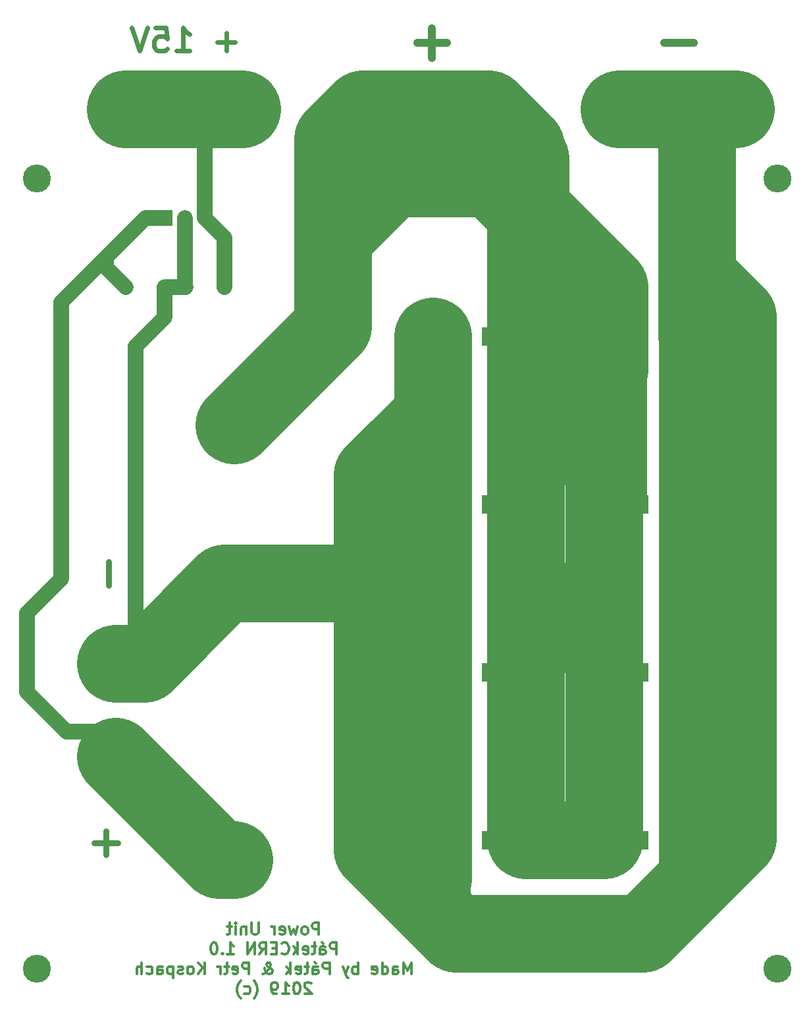
<source format=gbr>
G04 #@! TF.GenerationSoftware,KiCad,Pcbnew,(5.0.2)-1*
G04 #@! TF.CreationDate,2019-07-23T23:18:17+02:00*
G04 #@! TF.ProjectId,Cern2,4365726e-322e-46b6-9963-61645f706362,rev?*
G04 #@! TF.SameCoordinates,Original*
G04 #@! TF.FileFunction,Copper,L2,Bot*
G04 #@! TF.FilePolarity,Positive*
%FSLAX46Y46*%
G04 Gerber Fmt 4.6, Leading zero omitted, Abs format (unit mm)*
G04 Created by KiCad (PCBNEW (5.0.2)-1) date 23/07/2019 23:18:17*
%MOMM*%
%LPD*%
G01*
G04 APERTURE LIST*
G04 #@! TA.AperFunction,NonConductor*
%ADD10C,0.600000*%
G04 #@! TD*
G04 #@! TA.AperFunction,NonConductor*
%ADD11C,1.000000*%
G04 #@! TD*
G04 #@! TA.AperFunction,NonConductor*
%ADD12C,0.800000*%
G04 #@! TD*
G04 #@! TA.AperFunction,NonConductor*
%ADD13C,0.300000*%
G04 #@! TD*
G04 #@! TA.AperFunction,ComponentPad*
%ADD14C,2.400000*%
G04 #@! TD*
G04 #@! TA.AperFunction,ComponentPad*
%ADD15R,2.400000X2.400000*%
G04 #@! TD*
G04 #@! TA.AperFunction,ComponentPad*
%ADD16C,2.600000*%
G04 #@! TD*
G04 #@! TA.AperFunction,ComponentPad*
%ADD17R,2.600000X2.600000*%
G04 #@! TD*
G04 #@! TA.AperFunction,ComponentPad*
%ADD18O,1.905000X2.000000*%
G04 #@! TD*
G04 #@! TA.AperFunction,ComponentPad*
%ADD19R,1.905000X2.000000*%
G04 #@! TD*
G04 #@! TA.AperFunction,ComponentPad*
%ADD20O,2.400000X2.400000*%
G04 #@! TD*
G04 #@! TA.AperFunction,ComponentPad*
%ADD21C,1.600000*%
G04 #@! TD*
G04 #@! TA.AperFunction,ViaPad*
%ADD22C,3.600000*%
G04 #@! TD*
G04 #@! TA.AperFunction,Conductor*
%ADD23C,10.000000*%
G04 #@! TD*
G04 #@! TA.AperFunction,Conductor*
%ADD24C,2.000000*%
G04 #@! TD*
G04 #@! TA.AperFunction,Conductor*
%ADD25C,0.250000*%
G04 #@! TD*
G04 #@! TA.AperFunction,Conductor*
%ADD26C,2.300000*%
G04 #@! TD*
G04 APERTURE END LIST*
D10*
X120728571Y-33234285D02*
X118442857Y-33234285D01*
X119585714Y-34377142D02*
X119585714Y-32091428D01*
X113157142Y-34377142D02*
X114871428Y-34377142D01*
X114014285Y-34377142D02*
X114014285Y-31377142D01*
X114300000Y-31805714D01*
X114585714Y-32091428D01*
X114871428Y-32234285D01*
X110442857Y-31377142D02*
X111871428Y-31377142D01*
X112014285Y-32805714D01*
X111871428Y-32662857D01*
X111585714Y-32520000D01*
X110871428Y-32520000D01*
X110585714Y-32662857D01*
X110442857Y-32805714D01*
X110300000Y-33091428D01*
X110300000Y-33805714D01*
X110442857Y-34091428D01*
X110585714Y-34234285D01*
X110871428Y-34377142D01*
X111585714Y-34377142D01*
X111871428Y-34234285D01*
X112014285Y-34091428D01*
X109442857Y-31377142D02*
X108442857Y-34377142D01*
X107442857Y-31377142D01*
D11*
X179704761Y-33377142D02*
X175895238Y-33377142D01*
X147954761Y-33377142D02*
X144145238Y-33377142D01*
X146050000Y-35281904D02*
X146050000Y-31472380D01*
D12*
X104425714Y-100076190D02*
X104425714Y-103123809D01*
X105663809Y-136175714D02*
X102616190Y-136175714D01*
X104140000Y-137699523D02*
X104140000Y-134651904D01*
D13*
X131515714Y-147983571D02*
X131515714Y-146483571D01*
X130944285Y-146483571D01*
X130801428Y-146555000D01*
X130730000Y-146626428D01*
X130658571Y-146769285D01*
X130658571Y-146983571D01*
X130730000Y-147126428D01*
X130801428Y-147197857D01*
X130944285Y-147269285D01*
X131515714Y-147269285D01*
X129801428Y-147983571D02*
X129944285Y-147912142D01*
X130015714Y-147840714D01*
X130087142Y-147697857D01*
X130087142Y-147269285D01*
X130015714Y-147126428D01*
X129944285Y-147055000D01*
X129801428Y-146983571D01*
X129587142Y-146983571D01*
X129444285Y-147055000D01*
X129372857Y-147126428D01*
X129301428Y-147269285D01*
X129301428Y-147697857D01*
X129372857Y-147840714D01*
X129444285Y-147912142D01*
X129587142Y-147983571D01*
X129801428Y-147983571D01*
X128801428Y-146983571D02*
X128515714Y-147983571D01*
X128230000Y-147269285D01*
X127944285Y-147983571D01*
X127658571Y-146983571D01*
X126515714Y-147912142D02*
X126658571Y-147983571D01*
X126944285Y-147983571D01*
X127087142Y-147912142D01*
X127158571Y-147769285D01*
X127158571Y-147197857D01*
X127087142Y-147055000D01*
X126944285Y-146983571D01*
X126658571Y-146983571D01*
X126515714Y-147055000D01*
X126444285Y-147197857D01*
X126444285Y-147340714D01*
X127158571Y-147483571D01*
X125801428Y-147983571D02*
X125801428Y-146983571D01*
X125801428Y-147269285D02*
X125730000Y-147126428D01*
X125658571Y-147055000D01*
X125515714Y-146983571D01*
X125372857Y-146983571D01*
X123730000Y-146483571D02*
X123730000Y-147697857D01*
X123658571Y-147840714D01*
X123587142Y-147912142D01*
X123444285Y-147983571D01*
X123158571Y-147983571D01*
X123015714Y-147912142D01*
X122944285Y-147840714D01*
X122872857Y-147697857D01*
X122872857Y-146483571D01*
X122158571Y-146983571D02*
X122158571Y-147983571D01*
X122158571Y-147126428D02*
X122087142Y-147055000D01*
X121944285Y-146983571D01*
X121730000Y-146983571D01*
X121587142Y-147055000D01*
X121515714Y-147197857D01*
X121515714Y-147983571D01*
X120801428Y-147983571D02*
X120801428Y-146983571D01*
X120801428Y-146483571D02*
X120872857Y-146555000D01*
X120801428Y-146626428D01*
X120730000Y-146555000D01*
X120801428Y-146483571D01*
X120801428Y-146626428D01*
X120301428Y-146983571D02*
X119730000Y-146983571D01*
X120087142Y-146483571D02*
X120087142Y-147769285D01*
X120015714Y-147912142D01*
X119872857Y-147983571D01*
X119730000Y-147983571D01*
X133801428Y-150533571D02*
X133801428Y-149033571D01*
X133230000Y-149033571D01*
X133087142Y-149105000D01*
X133015714Y-149176428D01*
X132944285Y-149319285D01*
X132944285Y-149533571D01*
X133015714Y-149676428D01*
X133087142Y-149747857D01*
X133230000Y-149819285D01*
X133801428Y-149819285D01*
X131658571Y-150533571D02*
X131658571Y-149747857D01*
X131730000Y-149605000D01*
X131872857Y-149533571D01*
X132158571Y-149533571D01*
X132301428Y-149605000D01*
X131658571Y-150462142D02*
X131801428Y-150533571D01*
X132158571Y-150533571D01*
X132301428Y-150462142D01*
X132372857Y-150319285D01*
X132372857Y-150176428D01*
X132301428Y-150033571D01*
X132158571Y-149962142D01*
X131801428Y-149962142D01*
X131658571Y-149890714D01*
X131872857Y-148962142D02*
X132087142Y-149176428D01*
X131158571Y-149533571D02*
X130587142Y-149533571D01*
X130944285Y-149033571D02*
X130944285Y-150319285D01*
X130872857Y-150462142D01*
X130730000Y-150533571D01*
X130587142Y-150533571D01*
X129515714Y-150462142D02*
X129658571Y-150533571D01*
X129944285Y-150533571D01*
X130087142Y-150462142D01*
X130158571Y-150319285D01*
X130158571Y-149747857D01*
X130087142Y-149605000D01*
X129944285Y-149533571D01*
X129658571Y-149533571D01*
X129515714Y-149605000D01*
X129444285Y-149747857D01*
X129444285Y-149890714D01*
X130158571Y-150033571D01*
X128801428Y-150533571D02*
X128801428Y-149033571D01*
X128658571Y-149962142D02*
X128230000Y-150533571D01*
X128230000Y-149533571D02*
X128801428Y-150105000D01*
X126730000Y-150390714D02*
X126801428Y-150462142D01*
X127015714Y-150533571D01*
X127158571Y-150533571D01*
X127372857Y-150462142D01*
X127515714Y-150319285D01*
X127587142Y-150176428D01*
X127658571Y-149890714D01*
X127658571Y-149676428D01*
X127587142Y-149390714D01*
X127515714Y-149247857D01*
X127372857Y-149105000D01*
X127158571Y-149033571D01*
X127015714Y-149033571D01*
X126801428Y-149105000D01*
X126730000Y-149176428D01*
X126087142Y-149747857D02*
X125587142Y-149747857D01*
X125372857Y-150533571D02*
X126087142Y-150533571D01*
X126087142Y-149033571D01*
X125372857Y-149033571D01*
X123872857Y-150533571D02*
X124372857Y-149819285D01*
X124730000Y-150533571D02*
X124730000Y-149033571D01*
X124158571Y-149033571D01*
X124015714Y-149105000D01*
X123944285Y-149176428D01*
X123872857Y-149319285D01*
X123872857Y-149533571D01*
X123944285Y-149676428D01*
X124015714Y-149747857D01*
X124158571Y-149819285D01*
X124730000Y-149819285D01*
X123230000Y-150533571D02*
X123230000Y-149033571D01*
X122372857Y-150533571D01*
X122372857Y-149033571D01*
X119730000Y-150533571D02*
X120587142Y-150533571D01*
X120158571Y-150533571D02*
X120158571Y-149033571D01*
X120301428Y-149247857D01*
X120444285Y-149390714D01*
X120587142Y-149462142D01*
X119087142Y-150390714D02*
X119015714Y-150462142D01*
X119087142Y-150533571D01*
X119158571Y-150462142D01*
X119087142Y-150390714D01*
X119087142Y-150533571D01*
X118087142Y-149033571D02*
X117944285Y-149033571D01*
X117801428Y-149105000D01*
X117730000Y-149176428D01*
X117658571Y-149319285D01*
X117587142Y-149605000D01*
X117587142Y-149962142D01*
X117658571Y-150247857D01*
X117730000Y-150390714D01*
X117801428Y-150462142D01*
X117944285Y-150533571D01*
X118087142Y-150533571D01*
X118230000Y-150462142D01*
X118301428Y-150390714D01*
X118372857Y-150247857D01*
X118444285Y-149962142D01*
X118444285Y-149605000D01*
X118372857Y-149319285D01*
X118301428Y-149176428D01*
X118230000Y-149105000D01*
X118087142Y-149033571D01*
X143372857Y-153083571D02*
X143372857Y-151583571D01*
X142872857Y-152655000D01*
X142372857Y-151583571D01*
X142372857Y-153083571D01*
X141015714Y-153083571D02*
X141015714Y-152297857D01*
X141087142Y-152155000D01*
X141230000Y-152083571D01*
X141515714Y-152083571D01*
X141658571Y-152155000D01*
X141015714Y-153012142D02*
X141158571Y-153083571D01*
X141515714Y-153083571D01*
X141658571Y-153012142D01*
X141730000Y-152869285D01*
X141730000Y-152726428D01*
X141658571Y-152583571D01*
X141515714Y-152512142D01*
X141158571Y-152512142D01*
X141015714Y-152440714D01*
X139658571Y-153083571D02*
X139658571Y-151583571D01*
X139658571Y-153012142D02*
X139801428Y-153083571D01*
X140087142Y-153083571D01*
X140230000Y-153012142D01*
X140301428Y-152940714D01*
X140372857Y-152797857D01*
X140372857Y-152369285D01*
X140301428Y-152226428D01*
X140230000Y-152155000D01*
X140087142Y-152083571D01*
X139801428Y-152083571D01*
X139658571Y-152155000D01*
X138372857Y-153012142D02*
X138515714Y-153083571D01*
X138801428Y-153083571D01*
X138944285Y-153012142D01*
X139015714Y-152869285D01*
X139015714Y-152297857D01*
X138944285Y-152155000D01*
X138801428Y-152083571D01*
X138515714Y-152083571D01*
X138372857Y-152155000D01*
X138301428Y-152297857D01*
X138301428Y-152440714D01*
X139015714Y-152583571D01*
X136515714Y-153083571D02*
X136515714Y-151583571D01*
X136515714Y-152155000D02*
X136372857Y-152083571D01*
X136087142Y-152083571D01*
X135944285Y-152155000D01*
X135872857Y-152226428D01*
X135801428Y-152369285D01*
X135801428Y-152797857D01*
X135872857Y-152940714D01*
X135944285Y-153012142D01*
X136087142Y-153083571D01*
X136372857Y-153083571D01*
X136515714Y-153012142D01*
X135301428Y-152083571D02*
X134944285Y-153083571D01*
X134587142Y-152083571D02*
X134944285Y-153083571D01*
X135087142Y-153440714D01*
X135158571Y-153512142D01*
X135301428Y-153583571D01*
X132872857Y-153083571D02*
X132872857Y-151583571D01*
X132301428Y-151583571D01*
X132158571Y-151655000D01*
X132087142Y-151726428D01*
X132015714Y-151869285D01*
X132015714Y-152083571D01*
X132087142Y-152226428D01*
X132158571Y-152297857D01*
X132301428Y-152369285D01*
X132872857Y-152369285D01*
X130730000Y-153083571D02*
X130730000Y-152297857D01*
X130801428Y-152155000D01*
X130944285Y-152083571D01*
X131230000Y-152083571D01*
X131372857Y-152155000D01*
X130730000Y-153012142D02*
X130872857Y-153083571D01*
X131230000Y-153083571D01*
X131372857Y-153012142D01*
X131444285Y-152869285D01*
X131444285Y-152726428D01*
X131372857Y-152583571D01*
X131230000Y-152512142D01*
X130872857Y-152512142D01*
X130730000Y-152440714D01*
X130944285Y-151512142D02*
X131158571Y-151726428D01*
X130230000Y-152083571D02*
X129658571Y-152083571D01*
X130015714Y-151583571D02*
X130015714Y-152869285D01*
X129944285Y-153012142D01*
X129801428Y-153083571D01*
X129658571Y-153083571D01*
X128587142Y-153012142D02*
X128730000Y-153083571D01*
X129015714Y-153083571D01*
X129158571Y-153012142D01*
X129230000Y-152869285D01*
X129230000Y-152297857D01*
X129158571Y-152155000D01*
X129015714Y-152083571D01*
X128730000Y-152083571D01*
X128587142Y-152155000D01*
X128515714Y-152297857D01*
X128515714Y-152440714D01*
X129230000Y-152583571D01*
X127872857Y-153083571D02*
X127872857Y-151583571D01*
X127730000Y-152512142D02*
X127301428Y-153083571D01*
X127301428Y-152083571D02*
X127872857Y-152655000D01*
X124301428Y-153083571D02*
X124372857Y-153083571D01*
X124515714Y-153012142D01*
X124730000Y-152797857D01*
X125087142Y-152369285D01*
X125230000Y-152155000D01*
X125301428Y-151940714D01*
X125301428Y-151797857D01*
X125230000Y-151655000D01*
X125087142Y-151583571D01*
X125015714Y-151583571D01*
X124872857Y-151655000D01*
X124801428Y-151797857D01*
X124801428Y-151869285D01*
X124872857Y-152012142D01*
X124944285Y-152083571D01*
X125372857Y-152369285D01*
X125444285Y-152440714D01*
X125515714Y-152583571D01*
X125515714Y-152797857D01*
X125444285Y-152940714D01*
X125372857Y-153012142D01*
X125230000Y-153083571D01*
X125015714Y-153083571D01*
X124872857Y-153012142D01*
X124801428Y-152940714D01*
X124587142Y-152655000D01*
X124515714Y-152440714D01*
X124515714Y-152297857D01*
X122515714Y-153083571D02*
X122515714Y-151583571D01*
X121944285Y-151583571D01*
X121801428Y-151655000D01*
X121730000Y-151726428D01*
X121658571Y-151869285D01*
X121658571Y-152083571D01*
X121730000Y-152226428D01*
X121801428Y-152297857D01*
X121944285Y-152369285D01*
X122515714Y-152369285D01*
X120444285Y-153012142D02*
X120587142Y-153083571D01*
X120872857Y-153083571D01*
X121015714Y-153012142D01*
X121087142Y-152869285D01*
X121087142Y-152297857D01*
X121015714Y-152155000D01*
X120872857Y-152083571D01*
X120587142Y-152083571D01*
X120444285Y-152155000D01*
X120372857Y-152297857D01*
X120372857Y-152440714D01*
X121087142Y-152583571D01*
X119944285Y-152083571D02*
X119372857Y-152083571D01*
X119730000Y-151583571D02*
X119730000Y-152869285D01*
X119658571Y-153012142D01*
X119515714Y-153083571D01*
X119372857Y-153083571D01*
X118872857Y-153083571D02*
X118872857Y-152083571D01*
X118872857Y-152369285D02*
X118801428Y-152226428D01*
X118730000Y-152155000D01*
X118587142Y-152083571D01*
X118444285Y-152083571D01*
X116801428Y-153083571D02*
X116801428Y-151583571D01*
X115944285Y-153083571D02*
X116587142Y-152226428D01*
X115944285Y-151583571D02*
X116801428Y-152440714D01*
X115087142Y-153083571D02*
X115230000Y-153012142D01*
X115301428Y-152940714D01*
X115372857Y-152797857D01*
X115372857Y-152369285D01*
X115301428Y-152226428D01*
X115230000Y-152155000D01*
X115087142Y-152083571D01*
X114872857Y-152083571D01*
X114730000Y-152155000D01*
X114658571Y-152226428D01*
X114587142Y-152369285D01*
X114587142Y-152797857D01*
X114658571Y-152940714D01*
X114730000Y-153012142D01*
X114872857Y-153083571D01*
X115087142Y-153083571D01*
X114015714Y-153012142D02*
X113872857Y-153083571D01*
X113587142Y-153083571D01*
X113444285Y-153012142D01*
X113372857Y-152869285D01*
X113372857Y-152797857D01*
X113444285Y-152655000D01*
X113587142Y-152583571D01*
X113801428Y-152583571D01*
X113944285Y-152512142D01*
X114015714Y-152369285D01*
X114015714Y-152297857D01*
X113944285Y-152155000D01*
X113801428Y-152083571D01*
X113587142Y-152083571D01*
X113444285Y-152155000D01*
X112730000Y-152083571D02*
X112730000Y-153583571D01*
X112730000Y-152155000D02*
X112587142Y-152083571D01*
X112301428Y-152083571D01*
X112158571Y-152155000D01*
X112087142Y-152226428D01*
X112015714Y-152369285D01*
X112015714Y-152797857D01*
X112087142Y-152940714D01*
X112158571Y-153012142D01*
X112301428Y-153083571D01*
X112587142Y-153083571D01*
X112730000Y-153012142D01*
X110730000Y-153083571D02*
X110730000Y-152297857D01*
X110801428Y-152155000D01*
X110944285Y-152083571D01*
X111230000Y-152083571D01*
X111372857Y-152155000D01*
X110730000Y-153012142D02*
X110872857Y-153083571D01*
X111230000Y-153083571D01*
X111372857Y-153012142D01*
X111444285Y-152869285D01*
X111444285Y-152726428D01*
X111372857Y-152583571D01*
X111230000Y-152512142D01*
X110872857Y-152512142D01*
X110730000Y-152440714D01*
X109372857Y-153012142D02*
X109515714Y-153083571D01*
X109801428Y-153083571D01*
X109944285Y-153012142D01*
X110015714Y-152940714D01*
X110087142Y-152797857D01*
X110087142Y-152369285D01*
X110015714Y-152226428D01*
X109944285Y-152155000D01*
X109801428Y-152083571D01*
X109515714Y-152083571D01*
X109372857Y-152155000D01*
X108730000Y-153083571D02*
X108730000Y-151583571D01*
X108087142Y-153083571D02*
X108087142Y-152297857D01*
X108158571Y-152155000D01*
X108301428Y-152083571D01*
X108515714Y-152083571D01*
X108658571Y-152155000D01*
X108730000Y-152226428D01*
X130515714Y-154276428D02*
X130444285Y-154205000D01*
X130301428Y-154133571D01*
X129944285Y-154133571D01*
X129801428Y-154205000D01*
X129730000Y-154276428D01*
X129658571Y-154419285D01*
X129658571Y-154562142D01*
X129730000Y-154776428D01*
X130587142Y-155633571D01*
X129658571Y-155633571D01*
X128730000Y-154133571D02*
X128587142Y-154133571D01*
X128444285Y-154205000D01*
X128372857Y-154276428D01*
X128301428Y-154419285D01*
X128230000Y-154705000D01*
X128230000Y-155062142D01*
X128301428Y-155347857D01*
X128372857Y-155490714D01*
X128444285Y-155562142D01*
X128587142Y-155633571D01*
X128730000Y-155633571D01*
X128872857Y-155562142D01*
X128944285Y-155490714D01*
X129015714Y-155347857D01*
X129087142Y-155062142D01*
X129087142Y-154705000D01*
X129015714Y-154419285D01*
X128944285Y-154276428D01*
X128872857Y-154205000D01*
X128730000Y-154133571D01*
X126801428Y-155633571D02*
X127658571Y-155633571D01*
X127230000Y-155633571D02*
X127230000Y-154133571D01*
X127372857Y-154347857D01*
X127515714Y-154490714D01*
X127658571Y-154562142D01*
X126087142Y-155633571D02*
X125801428Y-155633571D01*
X125658571Y-155562142D01*
X125587142Y-155490714D01*
X125444285Y-155276428D01*
X125372857Y-154990714D01*
X125372857Y-154419285D01*
X125444285Y-154276428D01*
X125515714Y-154205000D01*
X125658571Y-154133571D01*
X125944285Y-154133571D01*
X126087142Y-154205000D01*
X126158571Y-154276428D01*
X126230000Y-154419285D01*
X126230000Y-154776428D01*
X126158571Y-154919285D01*
X126087142Y-154990714D01*
X125944285Y-155062142D01*
X125658571Y-155062142D01*
X125515714Y-154990714D01*
X125444285Y-154919285D01*
X125372857Y-154776428D01*
X123158571Y-156205000D02*
X123230000Y-156133571D01*
X123372857Y-155919285D01*
X123444285Y-155776428D01*
X123515714Y-155562142D01*
X123587142Y-155205000D01*
X123587142Y-154919285D01*
X123515714Y-154562142D01*
X123444285Y-154347857D01*
X123372857Y-154205000D01*
X123230000Y-153990714D01*
X123158571Y-153919285D01*
X121944285Y-155562142D02*
X122087142Y-155633571D01*
X122372857Y-155633571D01*
X122515714Y-155562142D01*
X122587142Y-155490714D01*
X122658571Y-155347857D01*
X122658571Y-154919285D01*
X122587142Y-154776428D01*
X122515714Y-154705000D01*
X122372857Y-154633571D01*
X122087142Y-154633571D01*
X121944285Y-154705000D01*
X121444285Y-156205000D02*
X121372857Y-156133571D01*
X121230000Y-155919285D01*
X121158571Y-155776428D01*
X121087142Y-155562142D01*
X121015714Y-155205000D01*
X121015714Y-154919285D01*
X121087142Y-154562142D01*
X121158571Y-154347857D01*
X121230000Y-154205000D01*
X121372857Y-153990714D01*
X121444285Y-153919285D01*
D14*
G04 #@! TO.P,C11,2*
G04 #@! TO.N,Net-(C10-Pad2)*
X146170000Y-114300000D03*
D15*
G04 #@! TO.P,C11,1*
G04 #@! TO.N,Net-(C10-Pad1)*
X153670000Y-114300000D03*
G04 #@! TD*
D16*
G04 #@! TO.P,J6,4*
G04 #@! TO.N,Net-(C4-Pad1)*
X121680000Y-41910000D03*
G04 #@! TO.P,J6,3*
X116680000Y-41910000D03*
G04 #@! TO.P,J6,2*
X111680000Y-41910000D03*
D17*
G04 #@! TO.P,J6,1*
X106680000Y-41910000D03*
G04 #@! TD*
D16*
G04 #@! TO.P,J5,4*
G04 #@! TO.N,Net-(C10-Pad2)*
X185180000Y-41910000D03*
G04 #@! TO.P,J5,3*
X180180000Y-41910000D03*
G04 #@! TO.P,J5,2*
X175180000Y-41910000D03*
D17*
G04 #@! TO.P,J5,1*
X170180000Y-41910000D03*
G04 #@! TD*
D16*
G04 #@! TO.P,J3,4*
G04 #@! TO.N,Net-(C10-Pad1)*
X153430000Y-41910000D03*
G04 #@! TO.P,J3,3*
X148430000Y-41910000D03*
G04 #@! TO.P,J3,2*
X143430000Y-41910000D03*
D17*
G04 #@! TO.P,J3,1*
X138430000Y-41910000D03*
G04 #@! TD*
D18*
G04 #@! TO.P,U1,3*
G04 #@! TO.N,Net-(C4-Pad1)*
X116840000Y-55880000D03*
G04 #@! TO.P,U1,2*
G04 #@! TO.N,Net-(C10-Pad2)*
X114300000Y-55880000D03*
D19*
G04 #@! TO.P,U1,1*
G04 #@! TO.N,Net-(C8-Pad1)*
X111760000Y-55880000D03*
G04 #@! TD*
D20*
G04 #@! TO.P,R4,2*
G04 #@! TO.N,Net-(C10-Pad1)*
X120650000Y-82550000D03*
D14*
G04 #@! TO.P,R4,1*
G04 #@! TO.N,Net-(C8-Pad1)*
X120650000Y-138430000D03*
G04 #@! TD*
G04 #@! TO.P,C10,2*
G04 #@! TO.N,Net-(C10-Pad2)*
X146170000Y-92710000D03*
D15*
G04 #@! TO.P,C10,1*
G04 #@! TO.N,Net-(C10-Pad1)*
X153670000Y-92710000D03*
G04 #@! TD*
D14*
G04 #@! TO.P,C9,2*
G04 #@! TO.N,Net-(C10-Pad2)*
X180220000Y-114300000D03*
D15*
G04 #@! TO.P,C9,1*
G04 #@! TO.N,Net-(C10-Pad1)*
X172720000Y-114300000D03*
G04 #@! TD*
D21*
G04 #@! TO.P,C8,1*
G04 #@! TO.N,Net-(C8-Pad1)*
X106680000Y-64770000D03*
G04 #@! TO.P,C8,2*
G04 #@! TO.N,Net-(C10-Pad2)*
X111680000Y-64770000D03*
G04 #@! TD*
D14*
G04 #@! TO.P,C7,2*
G04 #@! TO.N,Net-(C10-Pad2)*
X180220000Y-71120000D03*
D15*
G04 #@! TO.P,C7,1*
G04 #@! TO.N,Net-(C10-Pad1)*
X172720000Y-71120000D03*
G04 #@! TD*
D14*
G04 #@! TO.P,C6,2*
G04 #@! TO.N,Net-(C10-Pad2)*
X146170000Y-135890000D03*
D15*
G04 #@! TO.P,C6,1*
G04 #@! TO.N,Net-(C10-Pad1)*
X153670000Y-135890000D03*
G04 #@! TD*
D14*
G04 #@! TO.P,C5,2*
G04 #@! TO.N,Net-(C10-Pad2)*
X180220000Y-92710000D03*
D15*
G04 #@! TO.P,C5,1*
G04 #@! TO.N,Net-(C10-Pad1)*
X172720000Y-92710000D03*
G04 #@! TD*
D21*
G04 #@! TO.P,C4,2*
G04 #@! TO.N,Net-(C10-Pad2)*
X114380000Y-64770000D03*
G04 #@! TO.P,C4,1*
G04 #@! TO.N,Net-(C4-Pad1)*
X119380000Y-64770000D03*
G04 #@! TD*
D14*
G04 #@! TO.P,C3,2*
G04 #@! TO.N,Net-(C10-Pad2)*
X180220000Y-135890000D03*
D15*
G04 #@! TO.P,C3,1*
G04 #@! TO.N,Net-(C10-Pad1)*
X172720000Y-135890000D03*
G04 #@! TD*
D14*
G04 #@! TO.P,C2,2*
G04 #@! TO.N,Net-(C10-Pad2)*
X146170000Y-71120000D03*
D15*
G04 #@! TO.P,C2,1*
G04 #@! TO.N,Net-(C10-Pad1)*
X153670000Y-71120000D03*
G04 #@! TD*
D16*
G04 #@! TO.P,J2,2*
G04 #@! TO.N,Net-(C10-Pad2)*
X105410000Y-116840000D03*
D17*
G04 #@! TO.P,J2,1*
G04 #@! TO.N,Net-(C8-Pad1)*
X105410000Y-121920000D03*
G04 #@! TD*
D22*
G04 #@! TO.N,*
X95250000Y-50800000D03*
X190500000Y-50800000D03*
X190500000Y-152400000D03*
X95250000Y-152400000D03*
G04 #@! TD*
D23*
G04 #@! TO.N,Net-(C10-Pad1)*
X138430000Y-41910000D02*
X143430000Y-41910000D01*
X143430000Y-41910000D02*
X148430000Y-41910000D01*
X148430000Y-41910000D02*
X153430000Y-41910000D01*
X158170010Y-46650010D02*
X158170010Y-66149434D01*
X158170010Y-66149434D02*
X158170010Y-92710000D01*
X158170010Y-87739434D02*
X158170010Y-114300000D01*
X158170010Y-46650010D02*
X158170010Y-87739434D01*
X158170010Y-109329434D02*
X158170010Y-135890000D01*
X158170010Y-46650010D02*
X158170010Y-109329434D01*
X168219990Y-88209990D02*
X168219990Y-114300000D01*
X158170010Y-46650010D02*
X158170010Y-78160010D01*
X158170010Y-78160010D02*
X168219990Y-88209990D01*
D24*
X172720000Y-74320000D02*
X172720000Y-92710000D01*
X172720000Y-71120000D02*
X172720000Y-74320000D01*
D25*
X158170010Y-135890000D02*
X163830000Y-135890000D01*
D23*
X158170010Y-102290010D02*
X158170010Y-46650010D01*
X168219990Y-112339990D02*
X158170010Y-102290010D01*
X158750000Y-135890000D02*
X168219990Y-135890000D01*
X168219990Y-135890000D02*
X168219990Y-112339990D01*
X138430000Y-41910000D02*
X153430000Y-41910000D01*
X158170010Y-67889990D02*
X158170010Y-71120000D01*
X162560000Y-63500000D02*
X158170010Y-67889990D01*
X137160000Y-41910000D02*
X138430000Y-41910000D01*
X133350000Y-45720000D02*
X137160000Y-41910000D01*
X120650000Y-82550000D02*
X133350000Y-69850000D01*
X133350000Y-69850000D02*
X133350000Y-45720000D01*
X168219990Y-76090566D02*
X168219990Y-92710000D01*
X168910000Y-75400556D02*
X168219990Y-76090566D01*
X168910000Y-66040000D02*
X168910000Y-75400556D01*
X153430000Y-41910000D02*
X153430000Y-50560000D01*
X153430000Y-50560000D02*
X168910000Y-66040000D01*
X168910000Y-69850000D02*
X163830000Y-74930000D01*
X168910000Y-67310000D02*
X168910000Y-69850000D01*
X161290000Y-59690000D02*
X168910000Y-67310000D01*
X153430000Y-41910000D02*
X157480000Y-45960000D01*
X157480000Y-46990000D02*
X158750000Y-48260000D01*
X158750000Y-48260000D02*
X158750000Y-54610000D01*
X158750000Y-54610000D02*
X161290000Y-57150000D01*
X157480000Y-45960000D02*
X157480000Y-46990000D01*
X161290000Y-57150000D02*
X161290000Y-59690000D01*
X168910000Y-64770000D02*
X168910000Y-70389990D01*
X168910000Y-70389990D02*
X168179990Y-71120000D01*
X158750000Y-54610000D02*
X168910000Y-64770000D01*
X158750000Y-52070000D02*
X158750000Y-54610000D01*
X143510000Y-41910000D02*
X133350000Y-52070000D01*
X153430000Y-41910000D02*
X143510000Y-41910000D01*
X133350000Y-52070000D02*
X133350000Y-58420000D01*
X133350000Y-58420000D02*
X140970000Y-50800000D01*
X140970000Y-50800000D02*
X157480000Y-50800000D01*
X157480000Y-50800000D02*
X158750000Y-52070000D01*
D24*
G04 #@! TO.N,Net-(C4-Pad1)*
X116680000Y-41910000D02*
X111680000Y-41910000D01*
X111680000Y-41910000D02*
X106680000Y-41910000D01*
X116840000Y-42070000D02*
X116840000Y-55880000D01*
X116680000Y-41910000D02*
X116840000Y-42070000D01*
X116680000Y-41910000D02*
X121680000Y-41910000D01*
D26*
X121680000Y-41910000D02*
X119380000Y-41910000D01*
D23*
X106680000Y-41910000D02*
X121680000Y-41910000D01*
D24*
X119380000Y-58420000D02*
X116840000Y-55880000D01*
X119380000Y-64770000D02*
X119380000Y-58420000D01*
D23*
G04 #@! TO.N,Net-(C10-Pad2)*
X146170000Y-92710000D02*
X146170000Y-114300000D01*
X146170000Y-135890000D02*
X146170000Y-114300000D01*
X180220000Y-71120000D02*
X180220000Y-92710000D01*
X180220000Y-114300000D02*
X180220000Y-92710000D01*
X180220000Y-135890000D02*
X180220000Y-114300000D01*
X170180000Y-41910000D02*
X175180000Y-41910000D01*
X175180000Y-41910000D02*
X180180000Y-41910000D01*
X180180000Y-41910000D02*
X185180000Y-41910000D01*
X180180000Y-71080000D02*
X180220000Y-71120000D01*
X146170000Y-137587056D02*
X146170000Y-135890000D01*
X146170000Y-140860566D02*
X146170000Y-137587056D01*
X173190556Y-147890010D02*
X149160010Y-147890010D01*
X180220000Y-135890000D02*
X180220000Y-140860566D01*
X149160010Y-147890010D02*
X146050000Y-144780000D01*
X146050000Y-144780000D02*
X146050000Y-140980566D01*
X180220000Y-140860566D02*
X173190556Y-147890010D01*
X146050000Y-140980566D02*
X146170000Y-140860566D01*
X109110007Y-113139993D02*
X105410000Y-113139993D01*
X140970000Y-102870000D02*
X119380000Y-102870000D01*
X119380000Y-102870000D02*
X109110007Y-113139993D01*
X146050000Y-102870000D02*
X119380000Y-102870000D01*
X146170000Y-80010000D02*
X146170000Y-81160000D01*
X146170000Y-80010000D02*
X146170000Y-92710000D01*
X146170000Y-71120000D02*
X146170000Y-80010000D01*
X146170000Y-81160000D02*
X138430000Y-88900000D01*
X138430000Y-88900000D02*
X138430000Y-137160000D01*
X138430000Y-137160000D02*
X149160010Y-147890010D01*
X180180000Y-63500000D02*
X180340000Y-63500000D01*
X180180000Y-63500000D02*
X180180000Y-71080000D01*
X180180000Y-41910000D02*
X180180000Y-63500000D01*
X180340000Y-63500000D02*
X185420000Y-68580000D01*
X185420000Y-135660566D02*
X173190556Y-147890010D01*
X185420000Y-68580000D02*
X185420000Y-135660566D01*
D24*
X111680000Y-64770000D02*
X114380000Y-64770000D01*
X114300000Y-64690000D02*
X114300000Y-55880000D01*
X114380000Y-64770000D02*
X114300000Y-64690000D01*
X107950000Y-115570000D02*
X120650000Y-102870000D01*
X107950000Y-72390000D02*
X107950000Y-115570000D01*
X111680000Y-64770000D02*
X111680000Y-68660000D01*
X111680000Y-68660000D02*
X107950000Y-72390000D01*
D23*
G04 #@! TO.N,Net-(C8-Pad1)*
X120650000Y-138430000D02*
X118699999Y-138430000D01*
X118699999Y-138430000D02*
X105410000Y-125140001D01*
D24*
X98409990Y-102250010D02*
X98409990Y-69230010D01*
X93980000Y-106680000D02*
X98409990Y-102250010D01*
X93980000Y-116840000D02*
X93980000Y-106680000D01*
X105410000Y-121920000D02*
X99060000Y-121920000D01*
X99060000Y-121920000D02*
X93980000Y-116840000D01*
X109220000Y-55880000D02*
X111347490Y-55880000D01*
X98409990Y-69230010D02*
X98409990Y-66690010D01*
X98409990Y-66690010D02*
X109220000Y-55880000D01*
X104140000Y-62230000D02*
X106680000Y-64770000D01*
X104140000Y-60960000D02*
X104140000Y-62230000D01*
G04 #@! TD*
M02*

</source>
